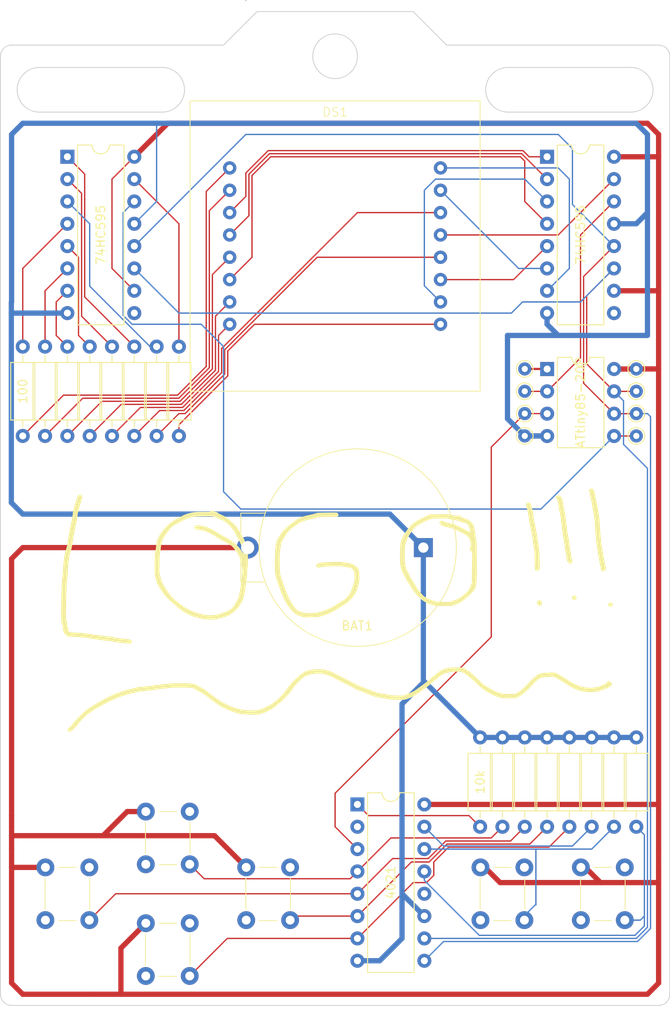
<source format=kicad_pcb>
(kicad_pcb (version 20241229) (generator "pcbnew") (generator_version "9.0")
  (title_block (title "Badge Prototype") (rev "005"))
  (layers (0 "F.Cu" signal) (2 "B.Cu" signal) (13 "F.Paste" user) (15 "B.Paste" user) (5 "F.SilkS" user "F.Silkscreen") (7 "B.SilkS" user "B.Silkscreen") (1 "F.Mask" user) (3 "B.Mask" user) (25 "Edge.Cuts" user))
  (net 0 "")
  (net 1 "GND")
  (net 2 "VCC")
  (net 4 "Net-(U2-D5)")
  (net 7 "Net-(U2-D4)")
  (net 10 "Net-(U2-D3)")
  (net 13 "Net-(U2-D2)")
  (net 16 "Net-(U2-D1)")
  (net 19 "Net-(U2-D0)")
  (net 21 "Net-(DS1-R5)")
  (net 22 "Net-(DS1-R7)")
  (net 23 "Net-(DS1-C2)")
  (net 24 "Net-(DS1-C3)")
  (net 25 "Net-(DS1-R8)")
  (net 26 "Net-(DS1-C5)")
  (net 27 "Net-(DS1-R6)")
  (net 28 "Net-(DS1-R3)")
  (net 29 "Net-(DS1-R1)")
  (net 30 "Net-(DS1-C4)")
  (net 31 "Net-(DS1-C6)")
  (net 32 "Net-(DS1-R4)")
  (net 33 "Net-(DS1-C1)")
  (net 34 "Net-(DS1-R2)")
  (net 35 "Net-(DS1-C7)")
  (net 36 "Net-(DS1-C8)")
  (net 37 "Net-(U2-D6)")
  (net 38 "Net-(U2-D7)")
  (net 39 "Net-(U4-QH)")
  (net 40 "Net-(U4-QG)")
  (net 41 "Net-(U4-QF)")
  (net 42 "Net-(U4-QE)")
  (net 43 "Net-(U4-QD)")
  (net 44 "Net-(U4-QC)")
  (net 45 "Net-(U4-QB)")
  (net 46 "Net-(U4-QA)")
  (net 47 "Net-(U1-~{RESET}{slash}PB5)")
  (net 48 "Net-(U1-XTAL1{slash}PB3)")
  (net 49 "Net-(U1-XTAL2{slash}PB4)")
  (net 50 "Net-(U1-AREF{slash}PB0)")
  (net 51 "Net-(U1-PB1)")
  (net 52 "Net-(U1-PB2)")
  (footprint "Resistor_THT:R_Axial_DIN0207_L6.3mm_D2.5mm_P10.16mm_Horizontal" (layer "F.Cu") (at 172.72 64.77 -90)
    (property "Reference" "R1" (hide yes))
    (property "Value" "100" (hide yes))
    (pad "1" thru_hole circle (at 0 0 270) (size 1.6 1.6) (drill 0.8) (layers "*.Cu" "*.Mask") (net 46 "Net-(U4-QA)"))
    (pad "2" thru_hole oval (at 10.16 0 270) (size 1.6 1.6) (drill 0.8) (layers "*.Cu" "*.Mask") (net 29 "Net-(DS1-R1)"))
  )
  (footprint "TestPoint:TestPoint_THTPad_D1.5mm_Drill0.7mm" (layer "F.Cu") (at 212.09 74.93 -90)
    (property "Reference" "TP4" (hide yes))
    (property "Value" "TestPoint" (hide yes))
    (pad "1" thru_hole circle (at 0 0 270) (size 1.5 1.5) (drill 0.7) (layers "*.Cu" "*.Mask") (net 1 "GND"))
  )
  (footprint "TestPoint:TestPoint_THTPad_D1.5mm_Drill0.7mm" (layer "F.Cu") (at 212.09 69.85 -90)
    (property "Reference" "TP2" (hide yes))
    (property "Value" "TestPoint" (hide yes))
    (pad "1" thru_hole circle (at 0 0 270) (size 1.5 1.5) (drill 0.7) (layers "*.Cu" "*.Mask") (net 48 "Net-(U1-XTAL1{slash}PB3)"))
  )
  (footprint "Resistor_THT:R_Axial_DIN0207_L6.3mm_D2.5mm_P10.16mm_Horizontal" (layer "F.Cu") (at 214.63 119.38 90)
    (property "Reference" "R15" (hide yes))
    (property "Value" "10k" (hide yes))
    (pad "1" thru_hole circle (at 0 0 90) (size 1.6 1.6) (drill 0.8) (layers "*.Cu" "*.Mask") (net 16 "Net-(U2-D1)"))
    (pad "2" thru_hole oval (at 10.16 0 90) (size 1.6 1.6) (drill 0.8) (layers "*.Cu" "*.Mask") (net 1 "GND"))
  )
  (footprint "badge:button" (layer "F.Cu") (at 171.45 133.35)
    (property "Reference" "S1" (hide yes))
    (property "Value" "TL3315NF160Q" (hide yes))
    (pad "1" thru_hole circle (at -2.5 -3) (size 2.032 2.032) (drill 1.016) (layers "*.Cu" "*.Mask") (net 2 "VCC"))
    (pad "2" thru_hole circle (at 2.5 -3) (size 2.032 2.032) (drill 1.016) (layers "*.Cu" "*.Mask"))
    (pad "3" thru_hole circle (at -2.5 3) (size 2.032 2.032) (drill 1.016) (layers "*.Cu" "*.Mask"))
    (pad "4" thru_hole circle (at 2.5 3) (size 2.032 2.032) (drill 1.016) (layers "*.Cu" "*.Mask") (net 19 "Net-(U2-D0)"))
  )
  (footprint "badge:logo" (layer "F.Cu") (at 189.23 92.71)
    (property "Reference" "G***" (hide yes))
    (property "Value" "LOGO" (hide yes))
  )
  (footprint "badge:button" (layer "F.Cu") (at 182.88 127)
    (property "Reference" "S2" (hide yes))
    (property "Value" "TL3315NF160Q" (hide yes))
    (pad "1" thru_hole circle (at -2.5 -3) (size 2.032 2.032) (drill 1.016) (layers "*.Cu" "*.Mask") (net 2 "VCC"))
    (pad "2" thru_hole circle (at 2.5 -3) (size 2.032 2.032) (drill 1.016) (layers "*.Cu" "*.Mask"))
    (pad "3" thru_hole circle (at -2.5 3) (size 2.032 2.032) (drill 1.016) (layers "*.Cu" "*.Mask"))
    (pad "4" thru_hole circle (at 2.5 3) (size 2.032 2.032) (drill 1.016) (layers "*.Cu" "*.Mask") (net 16 "Net-(U2-D1)"))
  )
  (footprint "Resistor_THT:R_Axial_DIN0207_L6.3mm_D2.5mm_P10.16mm_Horizontal" (layer "F.Cu") (at 212.09 119.38 90)
    (property "Reference" "R14" (hide yes))
    (property "Value" "10k" (hide yes))
    (pad "1" thru_hole circle (at 0 0 90) (size 1.6 1.6) (drill 0.8) (layers "*.Cu" "*.Mask") (net 13 "Net-(U2-D2)"))
    (pad "2" thru_hole oval (at 10.16 0 90) (size 1.6 1.6) (drill 0.8) (layers "*.Cu" "*.Mask") (net 1 "GND"))
  )
  (footprint "TestPoint:TestPoint_THTPad_D1.5mm_Drill0.7mm" (layer "F.Cu") (at 224.79 72.39 -90)
    (property "Reference" "TP6" (hide yes))
    (property "Value" "TestPoint" (hide yes))
    (pad "1" thru_hole circle (at 0 0 270) (size 1.5 1.5) (drill 0.7) (layers "*.Cu" "*.Mask") (net 51 "Net-(U1-PB1)"))
  )
  (footprint "badge:button" (layer "F.Cu") (at 160.02 127)
    (property "Reference" "S3" (hide yes))
    (property "Value" "TL3315NF160Q" (hide yes))
    (pad "1" thru_hole circle (at -2.5 -3) (size 2.032 2.032) (drill 1.016) (layers "*.Cu" "*.Mask") (net 2 "VCC"))
    (pad "2" thru_hole circle (at 2.5 -3) (size 2.032 2.032) (drill 1.016) (layers "*.Cu" "*.Mask"))
    (pad "3" thru_hole circle (at -2.5 3) (size 2.032 2.032) (drill 1.016) (layers "*.Cu" "*.Mask"))
    (pad "4" thru_hole circle (at 2.5 3) (size 2.032 2.032) (drill 1.016) (layers "*.Cu" "*.Mask") (net 13 "Net-(U2-D2)"))
  )
  (footprint "Resistor_THT:R_Axial_DIN0207_L6.3mm_D2.5mm_P10.16mm_Horizontal" (layer "F.Cu") (at 165.1 64.77 -90)
    (property "Reference" "R3" (hide yes))
    (property "Value" "100" (hide yes))
    (pad "1" thru_hole circle (at 0 0 270) (size 1.6 1.6) (drill 0.8) (layers "*.Cu" "*.Mask") (net 44 "Net-(U4-QC)"))
    (pad "2" thru_hole oval (at 10.16 0 270) (size 1.6 1.6) (drill 0.8) (layers "*.Cu" "*.Mask") (net 28 "Net-(DS1-R3)"))
  )
  (footprint "Resistor_THT:R_Axial_DIN0207_L6.3mm_D2.5mm_P10.16mm_Horizontal" (layer "F.Cu") (at 222.25 119.38 90)
    (property "Reference" "R11" (hide yes))
    (property "Value" "10k" (hide yes))
    (pad "1" thru_hole circle (at 0 0 90) (size 1.6 1.6) (drill 0.8) (layers "*.Cu" "*.Mask") (net 4 "Net-(U2-D5)"))
    (pad "2" thru_hole oval (at 10.16 0 90) (size 1.6 1.6) (drill 0.8) (layers "*.Cu" "*.Mask") (net 1 "GND"))
  )
  (footprint "Package_DIP:DIP-16_W7.62mm" (layer "F.Cu") (at 160.02 43.18)
    (property "Reference" "U4" (hide yes))
    (property "Value" "74HC595" (at 3.81 8.89 90) (layer "F.SilkS"))
    (pad "1" thru_hole rect (at 0 0) (size 1.6 1.6) (drill 0.8) (layers "*.Cu" "*.Mask") (net 45 "Net-(U4-QB)"))
    (pad "2" thru_hole oval (at 0 2.54) (size 1.6 1.6) (drill 0.8) (layers "*.Cu" "*.Mask") (net 44 "Net-(U4-QC)"))
    (pad "3" thru_hole oval (at 0 5.08) (size 1.6 1.6) (drill 0.8) (layers "*.Cu" "*.Mask") (net 43 "Net-(U4-QD)"))
    (pad "4" thru_hole oval (at 0 7.62) (size 1.6 1.6) (drill 0.8) (layers "*.Cu" "*.Mask") (net 42 "Net-(U4-QE)"))
    (pad "5" thru_hole oval (at 0 10.16) (size 1.6 1.6) (drill 0.8) (layers "*.Cu" "*.Mask") (net 41 "Net-(U4-QF)"))
    (pad "6" thru_hole oval (at 0 12.7) (size 1.6 1.6) (drill 0.8) (layers "*.Cu" "*.Mask") (net 40 "Net-(U4-QG)"))
    (pad "7" thru_hole oval (at 0 15.24) (size 1.6 1.6) (drill 0.8) (layers "*.Cu" "*.Mask") (net 39 "Net-(U4-QH)"))
    (pad "8" thru_hole oval (at 0 17.78) (size 1.6 1.6) (drill 0.8) (layers "*.Cu" "*.Mask") (net 1 "GND"))
    (pad "9" thru_hole oval (at 7.62 17.78) (size 1.6 1.6) (drill 0.8) (layers "*.Cu" "*.Mask"))
    (pad "10" thru_hole oval (at 7.62 15.24) (size 1.6 1.6) (drill 0.8) (layers "*.Cu" "*.Mask") (net 2 "VCC"))
    (pad "11" thru_hole oval (at 7.62 12.7) (size 1.6 1.6) (drill 0.8) (layers "*.Cu" "*.Mask") (net 52 "Net-(U1-PB2)"))
    (pad "12" thru_hole oval (at 7.62 10.16) (size 1.6 1.6) (drill 0.8) (layers "*.Cu" "*.Mask") (net 51 "Net-(U1-PB1)"))
    (pad "13" thru_hole oval (at 7.62 7.62) (size 1.6 1.6) (drill 0.8) (layers "*.Cu" "*.Mask") (net 1 "GND"))
    (pad "14" thru_hole oval (at 7.62 5.08) (size 1.6 1.6) (drill 0.8) (layers "*.Cu" "*.Mask") (net 50 "Net-(U1-AREF{slash}PB0)"))
    (pad "15" thru_hole oval (at 7.62 2.54) (size 1.6 1.6) (drill 0.8) (layers "*.Cu" "*.Mask") (net 46 "Net-(U4-QA)"))
    (pad "16" thru_hole oval (at 7.62 0) (size 1.6 1.6) (drill 0.8) (layers "*.Cu" "*.Mask") (net 2 "VCC"))
  )
  (footprint "digikey-footprints:Battery_Holder_Coin_2032_BS-7" (layer "F.Cu") (at 200.5457 87.63 180)
    (property "Reference" "BAT1" (at 7.52856 -8.89 180) (layer "F.SilkS"))
    (property "Value" "BS-7")
    (pad "Neg" thru_hole rect (at 0 0 180) (size 2.17 2.17) (drill 1.17) (layers "*.Cu" "*.Mask") (net 1 "GND"))
    (pad "Pos" thru_hole circle (at 20 0 180) (size 2.5 2.5) (drill 1.5) (layers "*.Cu" "*.Mask") (net 2 "VCC"))
  )
  (footprint "Resistor_THT:R_Axial_DIN0207_L6.3mm_D2.5mm_P10.16mm_Horizontal" (layer "F.Cu") (at 207.01 119.38 90)
    (property "Reference" "R9" (hide yes))
    (property "Value" "10k" (at 5.08 0 90) (layer "F.SilkS"))
    (pad "1" thru_hole circle (at 0 0 90) (size 1.6 1.6) (drill 0.8) (layers "*.Cu" "*.Mask") (net 38 "Net-(U2-D7)"))
    (pad "2" thru_hole oval (at 10.16 0 90) (size 1.6 1.6) (drill 0.8) (layers "*.Cu" "*.Mask") (net 1 "GND"))
  )
  (footprint "Resistor_THT:R_Axial_DIN0207_L6.3mm_D2.5mm_P10.16mm_Horizontal" (layer "F.Cu") (at 162.56 64.77 -90)
    (property "Reference" "R6" (hide yes))
    (property "Value" "100" (hide yes))
    (pad "1" thru_hole circle (at 0 0 270) (size 1.6 1.6) (drill 0.8) (layers "*.Cu" "*.Mask") (net 41 "Net-(U4-QF)"))
    (pad "2" thru_hole oval (at 10.16 0 270) (size 1.6 1.6) (drill 0.8) (layers "*.Cu" "*.Mask") (net 27 "Net-(DS1-R6)"))
  )
  (footprint "badge:button" (layer "F.Cu") (at 171.45 120.65)
    (property "Reference" "S4" (hide yes))
    (property "Value" "TL3315NF160Q" (hide yes))
    (pad "1" thru_hole circle (at -2.5 -3) (size 2.032 2.032) (drill 1.016) (layers "*.Cu" "*.Mask") (net 2 "VCC"))
    (pad "2" thru_hole circle (at 2.5 -3) (size 2.032 2.032) (drill 1.016) (layers "*.Cu" "*.Mask"))
    (pad "3" thru_hole circle (at -2.5 3) (size 2.032 2.032) (drill 1.016) (layers "*.Cu" "*.Mask"))
    (pad "4" thru_hole circle (at 2.5 3) (size 2.032 2.032) (drill 1.016) (layers "*.Cu" "*.Mask") (net 10 "Net-(U2-D3)"))
  )
  (footprint "TestPoint:TestPoint_THTPad_D1.5mm_Drill0.7mm" (layer "F.Cu") (at 212.09 72.39 -90)
    (property "Reference" "TP3" (hide yes))
    (property "Value" "TestPoint" (hide yes))
    (pad "1" thru_hole circle (at 0 0 270) (size 1.5 1.5) (drill 0.7) (layers "*.Cu" "*.Mask") (net 49 "Net-(U1-XTAL2{slash}PB4)"))
  )
  (footprint "TestPoint:TestPoint_THTPad_D1.5mm_Drill0.7mm" (layer "F.Cu") (at 224.79 67.31 -90)
    (property "Reference" "TP8" (hide yes))
    (property "Value" "TestPoint" (hide yes))
    (pad "1" thru_hole circle (at 0 0 270) (size 1.5 1.5) (drill 0.7) (layers "*.Cu" "*.Mask") (net 2 "VCC"))
  )
  (footprint "Resistor_THT:R_Axial_DIN0207_L6.3mm_D2.5mm_P10.16mm_Horizontal" (layer "F.Cu") (at 219.71 119.38 90)
    (property "Reference" "R10" (hide yes))
    (property "Value" "10k" (hide yes))
    (pad "1" thru_hole circle (at 0 0 90) (size 1.6 1.6) (drill 0.8) (layers "*.Cu" "*.Mask") (net 37 "Net-(U2-D6)"))
    (pad "2" thru_hole oval (at 10.16 0 90) (size 1.6 1.6) (drill 0.8) (layers "*.Cu" "*.Mask") (net 1 "GND"))
  )
  (footprint "Resistor_THT:R_Axial_DIN0207_L6.3mm_D2.5mm_P10.16mm_Horizontal" (layer "F.Cu") (at 154.94 64.77 -90)
    (property "Reference" "R5" (hide yes))
    (property "Value" "100" (at 5.08 0 90) (layer "F.SilkS"))
    (pad "1" thru_hole circle (at 0 0 270) (size 1.6 1.6) (drill 0.8) (layers "*.Cu" "*.Mask") (net 42 "Net-(U4-QE)"))
    (pad "2" thru_hole oval (at 10.16 0 270) (size 1.6 1.6) (drill 0.8) (layers "*.Cu" "*.Mask") (net 21 "Net-(DS1-R5)"))
  )
  (footprint "Resistor_THT:R_Axial_DIN0207_L6.3mm_D2.5mm_P10.16mm_Horizontal" (layer "F.Cu") (at 167.64 64.77 -90)
    (property "Reference" "R2" (hide yes))
    (property "Value" "100" (hide yes))
    (pad "1" thru_hole circle (at 0 0 270) (size 1.6 1.6) (drill 0.8) (layers "*.Cu" "*.Mask") (net 45 "Net-(U4-QB)"))
    (pad "2" thru_hole oval (at 10.16 0 270) (size 1.6 1.6) (drill 0.8) (layers "*.Cu" "*.Mask") (net 34 "Net-(DS1-R2)"))
  )
  (footprint "TestPoint:TestPoint_THTPad_D1.5mm_Drill0.7mm" (layer "F.Cu") (at 224.79 74.93 -90)
    (property "Reference" "TP5" (hide yes))
    (property "Value" "TestPoint" (hide yes))
    (pad "1" thru_hole circle (at 0 0 270) (size 1.5 1.5) (drill 0.7) (layers "*.Cu" "*.Mask") (net 50 "Net-(U1-AREF{slash}PB0)"))
  )
  (footprint "Package_DIP:DIP-16_W7.62mm" (layer "F.Cu") (at 214.63 43.18)
    (property "Reference" "U3" (hide yes))
    (property "Value" "74HC595" (at 3.81 8.89 90) (layer "F.SilkS"))
    (pad "1" thru_hole rect (at 0 0) (size 1.6 1.6) (drill 0.8) (layers "*.Cu" "*.Mask") (net 23 "Net-(DS1-C2)"))
    (pad "2" thru_hole oval (at 0 2.54) (size 1.6 1.6) (drill 0.8) (layers "*.Cu" "*.Mask") (net 24 "Net-(DS1-C3)"))
    (pad "3" thru_hole oval (at 0 5.08) (size 1.6 1.6) (drill 0.8) (layers "*.Cu" "*.Mask") (net 30 "Net-(DS1-C4)"))
    (pad "4" thru_hole oval (at 0 7.62) (size 1.6 1.6) (drill 0.8) (layers "*.Cu" "*.Mask") (net 26 "Net-(DS1-C5)"))
    (pad "5" thru_hole oval (at 0 10.16) (size 1.6 1.6) (drill 0.8) (layers "*.Cu" "*.Mask") (net 31 "Net-(DS1-C6)"))
    (pad "6" thru_hole oval (at 0 12.7) (size 1.6 1.6) (drill 0.8) (layers "*.Cu" "*.Mask") (net 35 "Net-(DS1-C7)"))
    (pad "7" thru_hole oval (at 0 15.24) (size 1.6 1.6) (drill 0.8) (layers "*.Cu" "*.Mask") (net 36 "Net-(DS1-C8)"))
    (pad "8" thru_hole oval (at 0 17.78) (size 1.6 1.6) (drill 0.8) (layers "*.Cu" "*.Mask") (net 1 "GND"))
    (pad "9" thru_hole oval (at 7.62 17.78) (size 1.6 1.6) (drill 0.8) (layers "*.Cu" "*.Mask"))
    (pad "10" thru_hole oval (at 7.62 15.24) (size 1.6 1.6) (drill 0.8) (layers "*.Cu" "*.Mask") (net 2 "VCC"))
    (pad "11" thru_hole oval (at 7.62 12.7) (size 1.6 1.6) (drill 0.8) (layers "*.Cu" "*.Mask") (net 52 "Net-(U1-PB2)"))
    (pad "12" thru_hole oval (at 7.62 10.16) (size 1.6 1.6) (drill 0.8) (layers "*.Cu" "*.Mask") (net 51 "Net-(U1-PB1)"))
    (pad "13" thru_hole oval (at 7.62 7.62) (size 1.6 1.6) (drill 0.8) (layers "*.Cu" "*.Mask") (net 1 "GND"))
    (pad "14" thru_hole oval (at 7.62 5.08) (size 1.6 1.6) (drill 0.8) (layers "*.Cu" "*.Mask") (net 48 "Net-(U1-XTAL1{slash}PB3)"))
    (pad "15" thru_hole oval (at 7.62 2.54) (size 1.6 1.6) (drill 0.8) (layers "*.Cu" "*.Mask") (net 33 "Net-(DS1-C1)"))
    (pad "16" thru_hole oval (at 7.62 0) (size 1.6 1.6) (drill 0.8) (layers "*.Cu" "*.Mask") (net 2 "VCC"))
  )
  (footprint "Resistor_THT:R_Axial_DIN0207_L6.3mm_D2.5mm_P10.16mm_Horizontal" (layer "F.Cu") (at 217.17 119.38 90)
    (property "Reference" "R16" (hide yes))
    (property "Value" "10k" (hide yes))
    (pad "1" thru_hole circle (at 0 0 90) (size 1.6 1.6) (drill 0.8) (layers "*.Cu" "*.Mask") (net 19 "Net-(U2-D0)"))
    (pad "2" thru_hole oval (at 10.16 0 90) (size 1.6 1.6) (drill 0.8) (layers "*.Cu" "*.Mask") (net 1 "GND"))
  )
  (footprint "Resistor_THT:R_Axial_DIN0207_L6.3mm_D2.5mm_P10.16mm_Horizontal" (layer "F.Cu") (at 209.55 119.38 90)
    (property "Reference" "R13" (hide yes))
    (property "Value" "10k" (hide yes))
    (pad "1" thru_hole circle (at 0 0 90) (size 1.6 1.6) (drill 0.8) (layers "*.Cu" "*.Mask") (net 10 "Net-(U2-D3)"))
    (pad "2" thru_hole oval (at 10.16 0 90) (size 1.6 1.6) (drill 0.8) (layers "*.Cu" "*.Mask") (net 1 "GND"))
  )
  (footprint "badge:button" (layer "F.Cu") (at 220.98 127)
    (property "Reference" "S5" (hide yes))
    (property "Value" "TL3315NF160Q" (hide yes))
    (pad "1" thru_hole circle (at -2.5 -3) (size 2.032 2.032) (drill 1.016) (layers "*.Cu" "*.Mask") (net 2 "VCC"))
    (pad "2" thru_hole circle (at 2.5 -3) (size 2.032 2.032) (drill 1.016) (layers "*.Cu" "*.Mask"))
    (pad "3" thru_hole circle (at -2.5 3) (size 2.032 2.032) (drill 1.016) (layers "*.Cu" "*.Mask"))
    (pad "4" thru_hole circle (at 2.5 3) (size 2.032 2.032) (drill 1.016) (layers "*.Cu" "*.Mask") (net 7 "Net-(U2-D4)"))
  )
  (footprint "TestPoint:TestPoint_THTPad_D1.5mm_Drill0.7mm" (layer "F.Cu") (at 212.09 67.31 -90)
    (property "Reference" "TP1" (hide yes))
    (property "Value" "TestPoint" (hide yes))
    (pad "1" thru_hole circle (at 0 0 270) (size 1.5 1.5) (drill 0.7) (layers "*.Cu" "*.Mask") (net 47 "Net-(U1-~{RESET}{slash}PB5)"))
  )
  (footprint "TestPoint:TestPoint_THTPad_D1.5mm_Drill0.7mm" (layer "F.Cu") (at 224.79 69.85 -90)
    (property "Reference" "TP7" (hide yes))
    (property "Value" "TestPoint" (hide yes))
    (pad "1" thru_hole circle (at 0 0 270) (size 1.5 1.5) (drill 0.7) (layers "*.Cu" "*.Mask") (net 52 "Net-(U1-PB2)"))
  )
  (footprint "Package_DIP:DIP-16_W7.62mm" (layer "F.Cu") (at 193.04 116.84)
    (property "Reference" "U2" (hide yes))
    (property "Value" "4021" (at 3.81 8.89 90) (layer "F.SilkS"))
    (pad "1" thru_hole rect (at 0 0) (size 1.6 1.6) (drill 0.8) (layers "*.Cu" "*.Mask") (net 38 "Net-(U2-D7)"))
    (pad "2" thru_hole oval (at 0 2.54) (size 1.6 1.6) (drill 0.8) (layers "*.Cu" "*.Mask"))
    (pad "3" thru_hole oval (at 0 5.08) (size 1.6 1.6) (drill 0.8) (layers "*.Cu" "*.Mask") (net 49 "Net-(U1-XTAL2{slash}PB4)"))
    (pad "4" thru_hole oval (at 0 7.62) (size 1.6 1.6) (drill 0.8) (layers "*.Cu" "*.Mask") (net 10 "Net-(U2-D3)"))
    (pad "5" thru_hole oval (at 0 10.16) (size 1.6 1.6) (drill 0.8) (layers "*.Cu" "*.Mask") (net 13 "Net-(U2-D2)"))
    (pad "6" thru_hole oval (at 0 12.7) (size 1.6 1.6) (drill 0.8) (layers "*.Cu" "*.Mask") (net 16 "Net-(U2-D1)"))
    (pad "7" thru_hole oval (at 0 15.24) (size 1.6 1.6) (drill 0.8) (layers "*.Cu" "*.Mask") (net 19 "Net-(U2-D0)"))
    (pad "8" thru_hole oval (at 0 17.78) (size 1.6 1.6) (drill 0.8) (layers "*.Cu" "*.Mask") (net 1 "GND"))
    (pad "9" thru_hole oval (at 7.62 17.78) (size 1.6 1.6) (drill 0.8) (layers "*.Cu" "*.Mask") (net 51 "Net-(U1-PB1)"))
    (pad "10" thru_hole oval (at 7.62 15.24) (size 1.6 1.6) (drill 0.8) (layers "*.Cu" "*.Mask") (net 52 "Net-(U1-PB2)"))
    (pad "11" thru_hole oval (at 7.62 12.7) (size 1.6 1.6) (drill 0.8) (layers "*.Cu" "*.Mask") (net 1 "GND"))
    (pad "12" thru_hole oval (at 7.62 10.16) (size 1.6 1.6) (drill 0.8) (layers "*.Cu" "*.Mask"))
    (pad "13" thru_hole oval (at 7.62 7.62) (size 1.6 1.6) (drill 0.8) (layers "*.Cu" "*.Mask") (net 7 "Net-(U2-D4)"))
    (pad "14" thru_hole oval (at 7.62 5.08) (size 1.6 1.6) (drill 0.8) (layers "*.Cu" "*.Mask") (net 4 "Net-(U2-D5)"))
    (pad "15" thru_hole oval (at 7.62 2.54) (size 1.6 1.6) (drill 0.8) (layers "*.Cu" "*.Mask") (net 37 "Net-(U2-D6)"))
    (pad "16" thru_hole oval (at 7.62 0) (size 1.6 1.6) (drill 0.8) (layers "*.Cu" "*.Mask") (net 2 "VCC"))
  )
  (footprint "Package_DIP:DIP-8_W7.62mm" (layer "F.Cu") (at 214.64 67.32)
    (property "Reference" "U1" (hide yes))
    (property "Value" "ATtiny85-20P" (at 3.8 3.8 90) (layer "F.SilkS"))
    (pad "1" thru_hole rect (at 0 0) (size 1.6 1.6) (drill 0.8) (layers "*.Cu" "*.Mask") (net 47 "Net-(U1-~{RESET}{slash}PB5)"))
    (pad "2" thru_hole oval (at 0 2.54) (size 1.6 1.6) (drill 0.8) (layers "*.Cu" "*.Mask") (net 48 "Net-(U1-XTAL1{slash}PB3)"))
    (pad "3" thru_hole oval (at 0 5.08) (size 1.6 1.6) (drill 0.8) (layers "*.Cu" "*.Mask") (net 49 "Net-(U1-XTAL2{slash}PB4)"))
    (pad "4" thru_hole oval (at 0 7.62) (size 1.6 1.6) (drill 0.8) (layers "*.Cu" "*.Mask") (net 1 "GND"))
    (pad "5" thru_hole oval (at 7.62 7.62) (size 1.6 1.6) (drill 0.8) (layers "*.Cu" "*.Mask") (net 50 "Net-(U1-AREF{slash}PB0)"))
    (pad "6" thru_hole oval (at 7.62 5.08) (size 1.6 1.6) (drill 0.8) (layers "*.Cu" "*.Mask") (net 51 "Net-(U1-PB1)"))
    (pad "7" thru_hole oval (at 7.62 2.54) (size 1.6 1.6) (drill 0.8) (layers "*.Cu" "*.Mask") (net 52 "Net-(U1-PB2)"))
    (pad "8" thru_hole oval (at 7.62 0) (size 1.6 1.6) (drill 0.8) (layers "*.Cu" "*.Mask") (net 2 "VCC"))
  )
  (footprint "badge:button" (layer "F.Cu") (at 209.55 127)
    (property "Reference" "S6" (hide yes))
    (property "Value" "TL3315NF160Q" (hide yes))
    (pad "1" thru_hole circle (at -2.5 -3) (size 2.032 2.032) (drill 1.016) (layers "*.Cu" "*.Mask") (net 2 "VCC"))
    (pad "2" thru_hole circle (at 2.5 -3) (size 2.032 2.032) (drill 1.016) (layers "*.Cu" "*.Mask"))
    (pad "3" thru_hole circle (at -2.5 3) (size 2.032 2.032) (drill 1.016) (layers "*.Cu" "*.Mask"))
    (pad "4" thru_hole circle (at 2.5 3) (size 2.032 2.032) (drill 1.016) (layers "*.Cu" "*.Mask") (net 4 "Net-(U2-D5)"))
  )
  (footprint "Resistor_THT:R_Axial_DIN0207_L6.3mm_D2.5mm_P10.16mm_Horizontal" (layer "F.Cu") (at 157.48 64.77 -90)
    (property "Reference" "R7" (hide yes))
    (property "Value" "100" (hide yes))
    (pad "1" thru_hole circle (at 0 0 270) (size 1.6 1.6) (drill 0.8) (layers "*.Cu" "*.Mask") (net 40 "Net-(U4-QG)"))
    (pad "2" thru_hole oval (at 10.16 0 270) (size 1.6 1.6) (drill 0.8) (layers "*.Cu" "*.Mask") (net 22 "Net-(DS1-R7)"))
  )
  (footprint "Resistor_THT:R_Axial_DIN0207_L6.3mm_D2.5mm_P10.16mm_Horizontal" (layer "F.Cu") (at 224.79 119.38 90)
    (property "Reference" "R12" (hide yes))
    (property "Value" "10k" (hide yes))
    (pad "1" thru_hole circle (at 0 0 90) (size 1.6 1.6) (drill 0.8) (layers "*.Cu" "*.Mask") (net 7 "Net-(U2-D4)"))
    (pad "2" thru_hole oval (at 10.16 0 90) (size 1.6 1.6) (drill 0.8) (layers "*.Cu" "*.Mask") (net 1 "GND"))
  )
  (footprint "Resistor_THT:R_Axial_DIN0207_L6.3mm_D2.5mm_P10.16mm_Horizontal" (layer "F.Cu") (at 170.18 64.77 -90)
    (property "Reference" "R4" (hide yes))
    (property "Value" "100" (hide yes))
    (pad "1" thru_hole circle (at 0 0 270) (size 1.6 1.6) (drill 0.8) (layers "*.Cu" "*.Mask") (net 43 "Net-(U4-QD)"))
    (pad "2" thru_hole oval (at 10.16 0 270) (size 1.6 1.6) (drill 0.8) (layers "*.Cu" "*.Mask") (net 32 "Net-(DS1-R4)"))
  )
  (footprint "Resistor_THT:R_Axial_DIN0207_L6.3mm_D2.5mm_P10.16mm_Horizontal" (layer "F.Cu") (at 160.02 64.77 -90)
    (property "Reference" "R8" (hide yes))
    (property "Value" "100" (hide yes))
    (pad "1" thru_hole circle (at 0 0 270) (size 1.6 1.6) (drill 0.8) (layers "*.Cu" "*.Mask") (net 39 "Net-(U4-QH)"))
    (pad "2" thru_hole oval (at 10.16 0 270) (size 1.6 1.6) (drill 0.8) (layers "*.Cu" "*.Mask") (net 25 "Net-(DS1-R8)"))
  )
  (footprint "badge:8x8 LED Matrix" (layer "F.Cu") (at 190.5 52.07)
    (property "Reference" "DS1" (at 0 -13.97 0) (layer "F.SilkS") (effects (font (thickness 0.1))))
    (property "Value" "~" (hide yes))
    (pad "1" thru_hole circle (at -12 -7.62) (size 1.524 1.524) (drill 0.762) (layers "*.Cu" "*.Mask") (net 21 "Net-(DS1-R5)"))
    (pad "2" thru_hole circle (at -12 -5.08) (size 1.524 1.524) (drill 0.762) (layers "*.Cu" "*.Mask") (net 22 "Net-(DS1-R7)"))
    (pad "3" thru_hole circle (at -12 -2.54) (size 1.524 1.524) (drill 0.762) (layers "*.Cu" "*.Mask") (net 23 "Net-(DS1-C2)"))
    (pad "4" thru_hole circle (at -12 0) (size 1.524 1.524) (drill 0.762) (layers "*.Cu" "*.Mask") (net 24 "Net-(DS1-C3)"))
    (pad "5" thru_hole circle (at -12 2.54) (size 1.524 1.524) (drill 0.762) (layers "*.Cu" "*.Mask") (net 25 "Net-(DS1-R8)"))
    (pad "6" thru_hole circle (at -12 5.08) (size 1.524 1.524) (drill 0.762) (layers "*.Cu" "*.Mask") (net 26 "Net-(DS1-C5)"))
    (pad "7" thru_hole circle (at -12 7.62) (size 1.524 1.524) (drill 0.762) (layers "*.Cu" "*.Mask") (net 27 "Net-(DS1-R6)"))
    (pad "8" thru_hole circle (at -12 10.16) (size 1.524 1.524) (drill 0.762) (layers "*.Cu" "*.Mask") (net 28 "Net-(DS1-R3)"))
    (pad "9" thru_hole circle (at 12 10.16) (size 1.524 1.524) (drill 0.762) (layers "*.Cu" "*.Mask") (net 29 "Net-(DS1-R1)"))
    (pad "10" thru_hole circle (at 12 7.62) (size 1.524 1.524) (drill 0.762) (layers "*.Cu" "*.Mask") (net 30 "Net-(DS1-C4)"))
    (pad "11" thru_hole circle (at 12 5.08) (size 1.524 1.524) (drill 0.762) (layers "*.Cu" "*.Mask") (net 31 "Net-(DS1-C6)"))
    (pad "12" thru_hole circle (at 12 2.54) (size 1.524 1.524) (drill 0.762) (layers "*.Cu" "*.Mask") (net 32 "Net-(DS1-R4)"))
    (pad "13" thru_hole circle (at 12 0) (size 1.524 1.524) (drill 0.762) (layers "*.Cu" "*.Mask") (net 33 "Net-(DS1-C1)"))
    (pad "14" thru_hole circle (at 12 -2.54) (size 1.524 1.524) (drill 0.762) (layers "*.Cu" "*.Mask") (net 34 "Net-(DS1-R2)"))
    (pad "15" thru_hole circle (at 12 -5.08) (size 1.524 1.524) (drill 0.762) (layers "*.Cu" "*.Mask") (net 35 "Net-(DS1-C7)"))
    (pad "16" thru_hole circle (at 12 -7.62) (size 1.524 1.524) (drill 0.762) (layers "*.Cu" "*.Mask") (net 36 "Net-(DS1-C8)"))
  )
  (gr_line (start 227.33 30.48) (end 203.2 30.48) (stroke (width 0.1)) (layer "Edge.Cuts"))
  (gr_arc (start 152.4 31.75) (mid 152.771974 30.851974) (end 153.67 30.48) (stroke (width 0.1)) (layer "Edge.Cuts"))
  (gr_line (start 177.8 30.48) (end 180.34 27.94) (stroke (width 0.1)) (layer "Edge.Cuts"))
  (gr_line (start 156.845 38.1) (end 170.815 38.1) (stroke (width 0.1)) (layer "Edge.Cuts"))
  (gr_arc (start 153.67 139.7) (mid 152.771974 139.328026) (end 152.4 138.43) (stroke (width 0.1)) (layer "Edge.Cuts"))
  (gr_circle (center 190.5 31.75) (end 190.5 29.21) (stroke (width 0.1)) (fill no) (layer "Edge.Cuts"))
  (gr_line (start 152.4 31.75) (end 152.4 138.43) (stroke (width 0.1)) (layer "Edge.Cuts"))
  (gr_arc (start 210.185 38.1) (mid 207.645 35.56) (end 210.185 33.02) (stroke (width 0.1)) (layer "Edge.Cuts"))
  (gr_line (start 181.61 26.67) (end 182.88 26.67) (stroke (width 0.1)) (layer "Edge.Cuts"))
  (gr_line (start 182.88 26.67) (end 199.39 26.67) (stroke (width 0.1)) (layer "Edge.Cuts"))
  (gr_line (start 156.845 33.02) (end 170.815 33.02) (stroke (width 0.1)) (layer "Edge.Cuts"))
  (gr_line (start 199.39 26.67) (end 203.2 30.48) (stroke (width 0.1)) (layer "Edge.Cuts"))
  (gr_line (start 180.34 27.94) (end 181.61 26.67) (stroke (width 0.1)) (layer "Edge.Cuts"))
  (gr_line (start 153.67 30.48) (end 177.8 30.48) (stroke (width 0.1)) (layer "Edge.Cuts"))
  (gr_arc (start 228.6 138.43) (mid 228.228026 139.328026) (end 227.33 139.7) (stroke (width 0.1)) (layer "Edge.Cuts"))
  (gr_line (start 210.185 33.02) (end 224.155 33.02) (stroke (width 0.1)) (layer "Edge.Cuts"))
  (gr_arc (start 180.34 25.4) (mid 180.34 25.4) (end 180.34 25.4) (stroke (width 0.1)) (layer "Edge.Cuts"))
  (gr_arc (start 224.155 33.02) (mid 226.695 35.56) (end 224.155 38.1) (stroke (width 0.1)) (layer "Edge.Cuts"))
  (gr_line (start 153.67 139.7) (end 227.33 139.7) (stroke (width 0.1)) (layer "Edge.Cuts"))
  (gr_line (start 210.185 38.1) (end 224.155 38.1) (stroke (width 0.1)) (layer "Edge.Cuts"))
  (gr_arc (start 156.845 38.1) (mid 154.305 35.56) (end 156.845 33.02) (stroke (width 0.1)) (layer "Edge.Cuts"))
  (gr_line (start 228.6 138.43) (end 228.6 31.75) (stroke (width 0.1)) (layer "Edge.Cuts"))
  (gr_arc (start 170.815 33.02) (mid 173.355 35.56) (end 170.815 38.1) (stroke (width 0.1)) (layer "Edge.Cuts"))
  (gr_arc (start 227.33 30.48) (mid 228.228026 30.851974) (end 228.6 31.75) (stroke (width 0.1)) (layer "Edge.Cuts"))
  (segment (start 212.09 74.93) (end 214.63 74.93) (width 0.6) (layer "F.Cu") (net 1))
  (segment (start 214.63 74.93) (end 214.64 74.94) (width 0.6) (layer "F.Cu") (net 1))
  (segment (start 210.125 63.5) (end 210.125 72.965) (width 0.6) (layer "B.Cu") (net 1))
  (segment (start 200.66 129.54) (end 198.12 127) (width 0.6) (layer "B.Cu") (net 1))
  (segment (start 214.63 109.22) (end 217.17 109.22) (width 0.6) (layer "B.Cu") (net 1))
  (segment (start 153.64 59.72) (end 153.64 60.96) (width 0.6) (layer "B.Cu") (net 1))
  (segment (start 222.25 109.22) (end 224.79 109.22) (width 0.6) (layer "B.Cu") (net 1))
  (segment (start 217.17 109.22) (end 219.71 109.22) (width 0.6) (layer "B.Cu") (net 1))
  (segment (start 170.18 48.26) (end 170.18 39.37) (width 0.15) (layer "B.Cu") (net 1))
  (segment (start 226.06 49.53) (end 226.06 40.64) (width 0.6) (layer "B.Cu") (net 1))
  (segment (start 210.125 72.965) (end 212.09 74.93) (width 0.6) (layer "B.Cu") (net 1))
  (segment (start 195.58 134.62) (end 198.12 132.08) (width 0.6) (layer "B.Cu") (net 1))
  (segment (start 153.67 40.64) (end 153.67 59.69) (width 0.6) (layer "B.Cu") (net 1))
  (segment (start 154.94 39.37) (end 153.67 40.64) (width 0.6) (layer "B.Cu") (net 1))
  (segment (start 219.71 109.22) (end 222.25 109.22) (width 0.6) (layer "B.Cu") (net 1))
  (segment (start 214.63 60.96) (end 214.63 62.23) (width 0.6) (layer "B.Cu") (net 1))
  (segment (start 170.18 39.37) (end 154.94 39.37) (width 0.6) (layer "B.Cu") (net 1))
  (segment (start 224.79 39.37) (end 170.18 39.37) (width 0.6) (layer "B.Cu") (net 1))
  (segment (start 154.94 83.82) (end 153.64 82.52) (width 0.6) (layer "B.Cu") (net 1))
  (segment (start 198.12 132.08) (end 198.12 127) (width 0.6) (layer "B.Cu") (net 1))
  (segment (start 167.64 50.8) (end 170.18 48.26) (width 0.15) (layer "B.Cu") (net 1))
  (segment (start 212.09 74.93) (end 214.627207 74.93) (width 0.6) (layer "B.Cu") (net 1))
  (segment (start 226.06 40.64) (end 224.79 39.37) (width 0.6) (layer "B.Cu") (net 1))
  (segment (start 200.5457 102.7557) (end 200.66 102.87) (width 0.6) (layer "B.Cu") (net 1))
  (segment (start 207.01 109.22) (end 209.55 109.22) (width 0.6) (layer "B.Cu") (net 1))
  (segment (start 214.627207 74.93) (end 214.637207 74.94) (width 0.6) (layer "B.Cu") (net 1))
  (segment (start 153.64 60.96) (end 160.02 60.96) (width 0.6) (layer "B.Cu") (net 1))
  (segment (start 200.5457 87.63) (end 196.7357 83.82) (width 0.6) (layer "B.Cu") (net 1))
  (segment (start 215.9 63.5) (end 210.125 63.5) (width 0.6) (layer "B.Cu") (net 1))
  (segment (start 198.12 105.41) (end 200.66 102.87) (width 0.6) (layer "B.Cu") (net 1))
  (segment (start 198.12 127) (end 198.12 105.41) (width 0.6) (layer "B.Cu") (net 1))
  (segment (start 214.63 62.23) (end 215.9 63.5) (width 0.6) (layer "B.Cu") (net 1))
  (segment (start 226.06 49.53) (end 226.06 63.5) (width 0.6) (layer "B.Cu") (net 1))
  (segment (start 209.55 109.22) (end 212.09 109.22) (width 0.6) (layer "B.Cu") (net 1))
  (segment (start 193.04 134.62) (end 195.58 134.62) (width 0.6) (layer "B.Cu") (net 1))
  (segment (start 212.09 109.22) (end 214.63 109.22) (width 0.6) (layer "B.Cu") (net 1))
  (segment (start 200.66 102.87) (end 207.01 109.22) (width 0.6) (layer "B.Cu") (net 1))
  (segment (start 215.9 63.5) (end 217.17 63.5) (width 0.6) (layer "B.Cu") (net 1))
  (segment (start 196.7357 83.82) (end 154.94 83.82) (width 0.6) (layer "B.Cu") (net 1))
  (segment (start 214.637207 74.94) (end 214.64 74.94) (width 0.6) (layer "B.Cu") (net 1))
  (segment (start 153.64 82.52) (end 153.64 60.96) (width 0.6) (layer "B.Cu") (net 1))
  (segment (start 224.79 50.8) (end 226.06 49.53) (width 0.6) (layer "B.Cu") (net 1))
  (segment (start 217.17 63.5) (end 226.06 63.5) (width 0.6) (layer "B.Cu") (net 1))
  (segment (start 200.5457 87.63) (end 200.5457 102.7557) (width 0.6) (layer "B.Cu") (net 1))
  (segment (start 153.67 59.69) (end 153.64 59.72) (width 0.6) (layer "B.Cu") (net 1))
  (segment (start 222.25 50.8) (end 224.79 50.8) (width 0.6) (layer "B.Cu") (net 1))
  (segment (start 227.33 121.92) (end 227.33 116.84) (width 0.6) (layer "F.Cu") (net 2))
  (segment (start 154.94 138.43) (end 162.56 138.43) (width 0.6) (layer "F.Cu") (net 2))
  (segment (start 154.94 87.63) (end 153.67 88.9) (width 0.6) (layer "F.Cu") (net 2))
  (segment (start 153.67 121.92) (end 153.67 123.952) (width 0.6) (layer "F.Cu") (net 2))
  (segment (start 227.33 116.84) (end 227.33 67.31) (width 0.6) (layer "F.Cu") (net 2))
  (segment (start 164.084 120.396) (end 153.67 120.396) (width 0.6) (layer "F.Cu") (net 2))
  (segment (start 167.64 58.42) (end 165.1 55.88) (width 0.15) (layer "F.Cu") (net 2))
  (segment (start 176.776 120.396) (end 164.084 120.396) (width 0.6) (layer "F.Cu") (net 2))
  (segment (start 153.718 124) (end 157.52 124) (width 0.6) (layer "F.Cu") (net 2))
  (segment (start 153.67 137.16) (end 154.94 138.43) (width 0.6) (layer "F.Cu") (net 2))
  (segment (start 220.71 125.73) (end 209.28 125.73) (width 0.6) (layer "F.Cu") (net 2))
  (segment (start 180.5457 87.63) (end 154.94 87.63) (width 0.6) (layer "F.Cu") (net 2))
  (segment (start 227.33 125.73) (end 227.33 124.46) (width 0.6) (layer "F.Cu") (net 2))
  (segment (start 153.67 118.11) (end 153.67 119.38) (width 0.6) (layer "F.Cu") (net 2))
  (segment (start 227.33 67.31) (end 227.33 58.42) (width 0.6) (layer "F.Cu") (net 2))
  (segment (start 222.25 43.18) (end 227.33 43.18) (width 0.6) (layer "F.Cu") (net 2))
  (segment (start 209.28 125.73) (end 207.55 124) (width 0.6) (layer "F.Cu") (net 2))
  (segment (start 153.67 123.952) (end 153.67 137.16) (width 0.6) (layer "F.Cu") (net 2))
  (segment (start 153.67 123.952) (end 153.718 124) (width 0.6) (layer "F.Cu") (net 2))
  (segment (start 227.33 58.42) (end 227.33 43.18) (width 0.6) (layer "F.Cu") (net 2))
  (segment (start 153.67 120.396) (end 153.67 121.92) (width 0.6) (layer "F.Cu") (net 2))
  (segment (start 166.116 138.43) (end 166.116 133.184) (width 0.6) (layer "F.Cu") (net 2))
  (segment (start 224.79 67.31) (end 227.31 67.31) (width 0.6) (layer "F.Cu") (net 2))
  (segment (start 227.33 124.46) (end 227.33 121.92) (width 0.6) (layer "F.Cu") (net 2))
  (segment (start 165.1 45.72) (end 167.64 43.18) (width 0.15) (layer "F.Cu") (net 2))
  (segment (start 171.45 39.37) (end 167.64 43.18) (width 0.6) (layer "F.Cu") (net 2))
  (segment (start 166.116 133.184) (end 168.95 130.35) (width 0.6) (layer "F.Cu") (net 2))
  (segment (start 224.78 67.32) (end 224.79 67.31) (width 0.6) (layer "F.Cu") (net 2))
  (segment (start 226.06 39.37) (end 171.45 39.37) (width 0.6) (layer "F.Cu") (net 2))
  (segment (start 166.116 138.43) (end 226.06 138.43) (width 0.6) (layer "F.Cu") (net 2))
  (segment (start 227.32 67.32) (end 227.33 67.31) (width 0.6) (layer "F.Cu") (net 2))
  (segment (start 153.67 88.9) (end 153.67 118.11) (width 0.6) (layer "F.Cu") (net 2))
  (segment (start 222.25 58.42) (end 227.33 58.42) (width 0.6) (layer "F.Cu") (net 2))
  (segment (start 227.33 116.84) (end 200.66 116.84) (width 0.6) (layer "F.Cu") (net 2))
  (segment (start 180.38 124) (end 176.776 120.396) (width 0.6) (layer "F.Cu") (net 2))
  (segment (start 227.33 125.73) (end 220.71 125.73) (width 0.6) (layer "F.Cu") (net 2))
  (segment (start 168.95 117.65) (end 166.83 117.65) (width 0.6) (layer "F.Cu") (net 2))
  (segment (start 220.71 125.73) (end 218.98 124) (width 0.6) (layer "F.Cu") (net 2))
  (segment (start 227.31 67.31) (end 227.32 67.32) (width 0.6) (layer "F.Cu") (net 2))
  (segment (start 165.1 55.88) (end 165.1 45.72) (width 0.15) (layer "F.Cu") (net 2))
  (segment (start 227.33 137.16) (end 227.33 125.73) (width 0.6) (layer "F.Cu") (net 2))
  (segment (start 222.26 67.32) (end 224.78 67.32) (width 0.6) (layer "F.Cu") (net 2))
  (segment (start 162.56 138.43) (end 166.116 138.43) (width 0.6) (layer "F.Cu") (net 2))
  (segment (start 153.67 119.38) (end 153.67 120.396) (width 0.6) (layer "F.Cu") (net 2))
  (segment (start 227.33 43.18) (end 227.33 40.64) (width 0.6) (layer "F.Cu") (net 2))
  (segment (start 227.33 40.64) (end 226.06 39.37) (width 0.6) (layer "F.Cu") (net 2))
  (segment (start 166.83 117.65) (end 164.084 120.396) (width 0.6) (layer "F.Cu") (net 2))
  (segment (start 226.06 138.43) (end 227.33 137.16) (width 0.6) (layer "F.Cu") (net 2))
  (segment (start 200.66 121.92) (end 213.36 121.92) (width 0.15) (layer "B.Cu") (net 4))
  (segment (start 213.36 121.92) (end 219.71 121.92) (width 0.15) (layer "B.Cu") (net 4))
  (segment (start 213.28 128.27) (end 213.36 128.27) (width 0.15) (layer "B.Cu") (net 4))
  (segment (start 211.55 130) (end 213.28 128.27) (width 0.15) (layer "B.Cu") (net 4))
  (segment (start 219.71 121.92) (end 222.25 119.38) (width 0.15) (layer "B.Cu") (net 4))
  (segment (start 213.36 128.27) (end 213.36 121.92) (width 0.15) (layer "B.Cu") (net 4))
  (segment (start 225.71 120.3) (end 224.79 119.38) (width 0.15) (layer "B.Cu") (net 7))
  (segment (start 206.91028 131.73) (end 200.66 125.47972) (width 0.15) (layer "B.Cu") (net 7))
  (segment (start 200.66 125.47972) (end 200.66 124.46) (width 0.15) (layer "B.Cu") (net 7))
  (segment (start 225.25 130) (end 225.71 129.54) (width 0.15) (layer "B.Cu") (net 7))
  (segment (start 225.71 129.54) (end 225.71 120.3) (width 0.15) (layer "B.Cu") (net 7))
  (segment (start 225.71 130.665026) (end 225.71 129.54) (width 0.15) (layer "B.Cu") (net 7))
  (segment (start 224.645026 131.73) (end 206.91028 131.73) (width 0.15) (layer "B.Cu") (net 7))
  (segment (start 222.98 130) (end 225.25 130) (width 0.15) (layer "B.Cu") (net 7))
  (segment (start 224.645026 131.73) (end 225.71 130.665026) (width 0.15) (layer "B.Cu") (net 7))
  (segment (start 196.85 120.65) (end 208.28 120.65) (width 0.15) (layer "F.Cu") (net 10))
  (segment (start 175.591 125.291) (end 173.95 123.65) (width 0.15) (layer "F.Cu") (net 10))
  (segment (start 208.28 120.65) (end 209.55 119.38) (width 0.15) (layer "F.Cu") (net 10))
  (segment (start 192.209 125.291) (end 175.591 125.291) (width 0.15) (layer "F.Cu") (net 10))
  (segment (start 193.04 124.46) (end 192.209 125.291) (width 0.15) (layer "F.Cu") (net 10))
  (segment (start 193.04 124.46) (end 196.85 120.65) (width 0.15) (layer "F.Cu") (net 10))
  (segment (start 193.04 127) (end 197.045 122.995) (width 0.15) (layer "F.Cu") (net 13))
  (segment (start 201.10528 122.995) (end 203.10028 121) (width 0.15) (layer "F.Cu") (net 13))
  (segment (start 210.47 121) (end 212.09 119.38) (width 0.15) (layer "F.Cu") (net 13))
  (segment (start 165.52 127) (end 162.52 130) (width 0.15) (layer "F.Cu") (net 13))
  (segment (start 197.045 122.995) (end 201.10528 122.995) (width 0.15) (layer "F.Cu") (net 13))
  (segment (start 193.04 127) (end 165.52 127) (width 0.15) (layer "F.Cu") (net 13))
  (segment (start 203.10028 121) (end 210.47 121) (width 0.15) (layer "F.Cu") (net 13))
  (segment (start 193.04 129.54) (end 185.84 129.54) (width 0.15) (layer "F.Cu") (net 16))
  (segment (start 193.04 129.54) (end 199.195 123.385) (width 0.15) (layer "F.Cu") (net 16))
  (segment (start 203.245254 121.35) (end 212.66 121.35) (width 0.15) (layer "F.Cu") (net 16))
  (segment (start 201.210254 123.385) (end 203.245254 121.35) (width 0.15) (layer "F.Cu") (net 16))
  (segment (start 185.34 129.54) (end 184.88 130) (width 0.15) (layer "F.Cu") (net 16))
  (segment (start 199.195 123.385) (end 201.210254 123.385) (width 0.15) (layer "F.Cu") (net 16))
  (segment (start 212.66 121.35) (end 214.63 119.38) (width 0.15) (layer "F.Cu") (net 16))
  (segment (start 192.58 130) (end 193.04 129.54) (width 0.15) (layer "F.Cu") (net 16))
  (segment (start 185.84 129.54) (end 185.38 130) (width 0.15) (layer "F.Cu") (net 16))
  (segment (start 203.42 121.7) (end 214.85 121.7) (width 0.15) (layer "F.Cu") (net 19))
  (segment (start 214.85 121.7) (end 217.17 119.38) (width 0.15) (layer "F.Cu") (net 19))
  (segment (start 201.735 123.385) (end 203.42 121.7) (width 0.15) (layer "F.Cu") (net 19))
  (segment (start 193.04 132.08) (end 199.39 125.73) (width 0.15) (layer "F.Cu") (net 19))
  (segment (start 199.39 125.73) (end 200.91028 125.73) (width 0.15) (layer "F.Cu") (net 19))
  (segment (start 193.04 132.08) (end 178.22 132.08) (width 0.15) (layer "F.Cu") (net 19))
  (segment (start 200.91028 125.73) (end 201.735 124.90528) (width 0.15) (layer "F.Cu") (net 19))
  (segment (start 201.735 124.90528) (end 201.735 123.385) (width 0.15) (layer "F.Cu") (net 19))
  (segment (start 178.22 132.08) (end 173.95 136.35) (width 0.15) (layer "F.Cu") (net 19))
  (segment (start 159.58 70.29) (end 172.560052 70.29) (width 0.15) (layer "F.Cu") (net 21))
  (segment (start 172.560052 70.29) (end 175.83 67.020052) (width 0.15) (layer "F.Cu") (net 21))
  (segment (start 175.83 47.12) (end 178.5 44.45) (width 0.15) (layer "F.Cu") (net 21))
  (segment (start 154.94 74.93) (end 159.58 70.29) (width 0.15) (layer "F.Cu") (net 21))
  (segment (start 175.83 67.020052) (end 175.83 47.12) (width 0.15) (layer "F.Cu") (net 21))
  (segment (start 176.18 67.165026) (end 176.18 49.31) (width 0.15) (layer "F.Cu") (net 22))
  (segment (start 157.48 74.93) (end 161.77 70.64) (width 0.15) (layer "F.Cu") (net 22))
  (segment (start 172.705026 70.64) (end 176.18 67.165026) (width 0.15) (layer "F.Cu") (net 22))
  (segment (start 176.18 49.31) (end 178.5 46.99) (width 0.15) (layer "F.Cu") (net 22))
  (segment (start 161.77 70.64) (end 172.705026 70.64) (width 0.15) (layer "F.Cu") (net 22))
  (segment (start 211.884974 42.48) (end 212.584974 43.18) (width 0.15) (layer "F.Cu") (net 23))
  (segment (start 182.88 42.48) (end 211.884974 42.48) (width 0.15) (layer "F.Cu") (net 23))
  (segment (start 178.5 49.53) (end 180.34 47.69) (width 0.15) (layer "F.Cu") (net 23))
  (segment (start 180.34 45.02) (end 182.88 42.48) (width 0.15) (layer "F.Cu") (net 23))
  (segment (start 212.584974 43.18) (end 214.63 43.18) (width 0.15) (layer "F.Cu") (net 23))
  (segment (start 180.34 47.69) (end 180.34 45.02) (width 0.15) (layer "F.Cu") (net 23))
  (segment (start 214.63 45.72) (end 211.74 42.83) (width 0.15) (layer "F.Cu") (net 24))
  (segment (start 183.024974 42.83) (end 180.69 45.164974) (width 0.15) (layer "F.Cu") (net 24))
  (segment (start 180.69 45.164974) (end 180.69 49.88) (width 0.15) (layer "F.Cu") (net 24))
  (segment (start 211.74 42.83) (end 183.024974 42.83) (width 0.15) (layer "F.Cu") (net 24))
  (segment (start 180.69 49.88) (end 178.5 52.07) (width 0.15) (layer "F.Cu") (net 24))
  (segment (start 163.96 70.99) (end 172.85 70.99) (width 0.15) (layer "F.Cu") (net 25))
  (segment (start 160.02 74.93) (end 163.96 70.99) (width 0.15) (layer "F.Cu") (net 25))
  (segment (start 176.53 67.31) (end 176.53 56.58) (width 0.15) (layer "F.Cu") (net 25))
  (segment (start 176.53 56.58) (end 178.5 54.61) (width 0.15) (layer "F.Cu") (net 25))
  (segment (start 172.85 70.99) (end 176.53 67.31) (width 0.15) (layer "F.Cu") (net 25))
  (segment (start 212.09 48.26) (end 214.63 50.8) (width 0.15) (layer "F.Cu") (net 26))
  (segment (start 211.595026 43.18) (end 212.09 43.674974) (width 0.15) (layer "F.Cu") (net 26))
  (segment (start 212.09 43.674974) (end 212.09 48.26) (width 0.15) (layer "F.Cu") (net 26))
  (segment (start 183.169948 43.18) (end 211.595026 43.18) (width 0.15) (layer "F.Cu") (net 26))
  (segment (start 181.04 54.61) (end 181.04 45.309948) (width 0.15) (layer "F.Cu") (net 26))
  (segment (start 181.04 45.309948) (end 183.169948 43.18) (width 0.15) (layer "F.Cu") (net 26))
  (segment (start 178.5 57.15) (end 181.04 54.61) (width 0.15) (layer "F.Cu") (net 26))
  (segment (start 178.5 59.69) (end 176.88 61.31) (width 0.15) (layer "F.Cu") (net 27))
  (segment (start 176.88 61.31) (end 176.88 67.454974) (width 0.15) (layer "F.Cu") (net 27))
  (segment (start 172.994974 71.34) (end 166.15 71.34) (width 0.15) (layer "F.Cu") (net 27))
  (segment (start 176.88 67.454974) (end 172.994974 71.34) (width 0.15) (layer "F.Cu") (net 27))
  (segment (start 166.15 71.34) (end 162.56 74.93) (width 0.15) (layer "F.Cu") (net 27))
  (segment (start 177.23 67.599948) (end 173.139948 71.69) (width 0.15) (layer "F.Cu") (net 28))
  (segment (start 178.5 62.23) (end 177.23 63.5) (width 0.15) (layer "F.Cu") (net 28))
  (segment (start 177.23 63.5) (end 177.23 67.599948) (width 0.15) (layer "F.Cu") (net 28))
  (segment (start 173.139948 71.69) (end 168.34 71.69) (width 0.15) (layer "F.Cu") (net 28))
  (segment (start 168.34 71.69) (end 165.1 74.93) (width 0.15) (layer "F.Cu") (net 28))
  (segment (start 172.72 73.66) (end 172.72 74.93) (width 0.15) (layer "F.Cu") (net 29))
  (segment (start 178.28 68.1) (end 172.72 73.66) (width 0.15) (layer "F.Cu") (net 29))
  (segment (start 202.5 62.23) (end 181.329948 62.23) (width 0.15) (layer "F.Cu") (net 29))
  (segment (start 178.28 65.279948) (end 178.28 68.1) (width 0.15) (layer "F.Cu") (net 29))
  (segment (start 181.329948 62.23) (end 178.28 65.279948) (width 0.15) (layer "F.Cu") (net 29))
  (segment (start 200.66 57.85) (end 200.66 46.99) (width 0.15) (layer "B.Cu") (net 30))
  (segment (start 212.09 45.72) (end 214.63 48.26) (width 0.15) (layer "B.Cu") (net 30))
  (segment (start 202.5 59.69) (end 200.66 57.85) (width 0.15) (layer "B.Cu") (net 30))
  (segment (start 200.66 46.99) (end 201.93 45.72) (width 0.15) (layer "B.Cu") (net 30))
  (segment (start 201.93 45.72) (end 212.09 45.72) (width 0.15) (layer "B.Cu") (net 30))
  (segment (start 210.82 57.15) (end 214.63 53.34) (width 0.15) (layer "F.Cu") (net 31))
  (segment (start 202.5 57.15) (end 210.82 57.15) (width 0.15) (layer "F.Cu") (net 31))
  (segment (start 177.93 67.889897) (end 177.93 65.134974) (width 0.15) (layer "F.Cu") (net 32))
  (segment (start 173.429897 72.39) (end 177.93 67.889897) (width 0.15) (layer "F.Cu") (net 32))
  (segment (start 188.454974 54.61) (end 202.5 54.61) (width 0.15) (layer "F.Cu") (net 32))
  (segment (start 170.18 74.93) (end 172.72 72.39) (width 0.15) (layer "F.Cu") (net 32))
  (segment (start 172.72 72.39) (end 173.429897 72.39) (width 0.15) (layer "F.Cu") (net 32))
  (segment (start 177.93 65.134974) (end 188.454974 54.61) (width 0.15) (layer "F.Cu") (net 32))
  (segment (start 202.5 52.07) (end 215.9 52.07) (width 0.15) (layer "F.Cu") (net 33))
  (segment (start 215.9 52.07) (end 222.25 45.72) (width 0.15) (layer "F.Cu") (net 33))
  (segment (start 170.53 72.04) (end 173.284923 72.04) (width 0.15) (layer "F.Cu") (net 34))
  (segment (start 177.58 67.744922) (end 177.58 64.99) (width 0.15) (layer "F.Cu") (net 34))
  (segment (start 173.284923 72.04) (end 177.58 67.744922) (width 0.15) (layer "F.Cu") (net 34))
  (segment (start 167.64 74.93) (end 170.53 72.04) (width 0.15) (layer "F.Cu") (net 34))
  (segment (start 193.04 49.53) (end 202.5 49.53) (width 0.15) (layer "F.Cu") (net 34))
  (segment (start 177.58 64.99) (end 193.04 49.53) (width 0.15) (layer "F.Cu") (net 34))
  (segment (start 211.39 55.88) (end 214.63 55.88) (width 0.15) (layer "B.Cu") (net 35))
  (segment (start 202.5 46.99) (end 211.39 55.88) (width 0.15) (layer "B.Cu") (net 35))
  (segment (start 217.17 45.72) (end 215.9 44.45) (width 0.15) (layer "B.Cu") (net 36))
  (segment (start 217.17 55.88) (end 217.17 45.72) (width 0.15) (layer "B.Cu") (net 36))
  (segment (start 214.63 58.42) (end 217.17 55.88) (width 0.15) (layer "B.Cu") (net 36))
  (segment (start 215.9 44.45) (end 202.5 44.45) (width 0.15) (layer "B.Cu") (net 36))
  (segment (start 202.85 121.57) (end 217.52 121.57) (width 0.15) (layer "B.Cu") (net 37))
  (segment (start 200.66 119.38) (end 202.85 121.57) (width 0.15) (layer "B.Cu") (net 37))
  (segment (start 217.52 121.57) (end 219.71 119.38) (width 0.15) (layer "B.Cu") (net 37))
  (segment (start 205.74 118.11) (end 207.01 119.38) (width 0.15) (layer "F.Cu") (net 38))
  (segment (start 193.04 116.84) (end 194.31 118.11) (width 0.15) (layer "F.Cu") (net 38))
  (segment (start 194.31 118.11) (end 205.74 118.11) (width 0.15) (layer "F.Cu") (net 38))
  (segment (start 158.75 59.69) (end 160.02 58.42) (width 0.15) (layer "F.Cu") (net 39))
  (segment (start 158.75 63.5) (end 158.75 59.69) (width 0.15) (layer "F.Cu") (net 39))
  (segment (start 160.02 64.77) (end 158.75 63.5) (width 0.15) (layer "F.Cu") (net 39))
  (segment (start 157.48 58.42) (end 160.02 55.88) (width 0.15) (layer "F.Cu") (net 40))
  (segment (start 157.48 64.77) (end 157.48 58.42) (width 0.15) (layer "F.Cu") (net 40))
  (segment (start 162.56 64.77) (end 161.29 63.5) (width 0.15) (layer "F.Cu") (net 41))
  (segment (start 161.29 54.61) (end 160.02 53.34) (width 0.15) (layer "F.Cu") (net 41))
  (segment (start 161.29 63.5) (end 161.29 54.61) (width 0.15) (layer "F.Cu") (net 41))
  (segment (start 154.94 64.77) (end 154.94 55.88) (width 0.15) (layer "F.Cu") (net 42))
  (segment (start 154.94 55.88) (end 160.02 50.8) (width 0.15) (layer "F.Cu") (net 42))
  (segment (start 162.56 57.895254) (end 162.56 50.8) (width 0.15) (layer "B.Cu") (net 43))
  (segment (start 169.434746 64.77) (end 162.56 57.895254) (width 0.15) (layer "B.Cu") (net 43))
  (segment (start 170.18 64.77) (end 169.434746 64.77) (width 0.15) (layer "B.Cu") (net 43))
  (segment (start 162.56 50.8) (end 160.02 48.26) (width 0.15) (layer "B.Cu") (net 43))
  (segment (start 161.64 47.34) (end 160.02 45.72) (width 0.15) (layer "F.Cu") (net 44))
  (segment (start 161.64 61.31) (end 161.64 47.34) (width 0.15) (layer "F.Cu") (net 44))
  (segment (start 165.1 64.77) (end 161.64 61.31) (width 0.15) (layer "F.Cu") (net 44))
  (segment (start 161.99 59.12) (end 161.99 45.15) (width 0.15) (layer "F.Cu") (net 45))
  (segment (start 161.99 45.15) (end 160.02 43.18) (width 0.15) (layer "F.Cu") (net 45))
  (segment (start 167.64 64.77) (end 161.99 59.12) (width 0.15) (layer "F.Cu") (net 45))
  (segment (start 172.72 64.77) (end 172.72 50.8) (width 0.15) (layer "F.Cu") (net 46))
  (segment (start 172.72 50.8) (end 167.64 45.72) (width 0.15) (layer "F.Cu") (net 46))
  (segment (start 212.09 67.31) (end 214.63 67.31) (width 0.25) (layer "F.Cu") (net 47))
  (segment (start 214.63 67.31) (end 214.64 67.32) (width 0.25) (layer "F.Cu") (net 47))
  (segment (start 218.44 66.06) (end 218.44 52.07) (width 0.15) (layer "F.Cu") (net 48))
  (segment (start 214.64 69.86) (end 212.1 69.86) (width 0.15) (layer "F.Cu") (net 48))
  (segment (start 212.1 69.86) (end 212.09 69.85) (width 0.15) (layer "F.Cu") (net 48))
  (segment (start 218.44 52.07) (end 222.25 48.26) (width 0.15) (layer "F.Cu") (net 48))
  (segment (start 214.64 69.86) (end 218.44 66.06) (width 0.15) (layer "F.Cu") (net 48))
  (segment (start 212.09 72.39) (end 208.28 76.2) (width 0.15) (layer "F.Cu") (net 49))
  (segment (start 208.28 97.79) (end 190.5 115.57) (width 0.15) (layer "F.Cu") (net 49))
  (segment (start 212.09 72.39) (end 214.63 72.39) (width 0.15) (layer "F.Cu") (net 49))
  (segment (start 214.63 72.39) (end 214.64 72.4) (width 0.15) (layer "F.Cu") (net 49))
  (segment (start 208.28 76.2) (end 208.28 97.79) (width 0.15) (layer "F.Cu") (net 49))
  (segment (start 190.5 115.57) (end 190.5 119.38) (width 0.15) (layer "F.Cu") (net 49))
  (segment (start 190.5 119.38) (end 193.04 121.92) (width 0.15) (layer "F.Cu") (net 49))
  (segment (start 224.78 74.94) (end 224.79 74.93) (width 0.15) (layer "F.Cu") (net 50))
  (segment (start 222.26 74.94) (end 224.78 74.94) (width 0.15) (layer "F.Cu") (net 50))
  (segment (start 166.37 49.53) (end 166.37 61.21028) (width 0.15) (layer "B.Cu") (net 50))
  (segment (start 214.65 82.55) (end 222.26 74.94) (width 0.15) (layer "B.Cu") (net 50))
  (segment (start 214.63 82.55) (end 214.65 82.55) (width 0.15) (layer "B.Cu") (net 50))
  (segment (start 175.26 62.23) (end 177.8 64.77) (width 0.15) (layer "B.Cu") (net 50))
  (segment (start 167.64 48.26) (end 166.37 49.53) (width 0.15) (layer "B.Cu") (net 50))
  (segment (start 167.38972 62.23) (end 175.26 62.23) (width 0.15) (layer "B.Cu") (net 50))
  (segment (start 213.935 83.245) (end 214.63 82.55) (width 0.15) (layer "B.Cu") (net 50))
  (segment (start 177.8 81.28) (end 179.765 83.245) (width 0.15) (layer "B.Cu") (net 50))
  (segment (start 179.765 83.245) (end 213.935 83.245) (width 0.15) (layer "B.Cu") (net 50))
  (segment (start 177.8 64.77) (end 177.8 81.28) (width 0.15) (layer "B.Cu") (net 50))
  (segment (start 166.37 61.21028) (end 167.38972 62.23) (width 0.15) (layer "B.Cu") (net 50))
  (segment (start 222.26 72.4) (end 224.78 72.4) (width 0.15) (layer "F.Cu") (net 51))
  (segment (start 222.26 72.4) (end 218.79 68.93) (width 0.15) (layer "F.Cu") (net 51))
  (segment (start 218.79 56.8) (end 222.25 53.34) (width 0.15) (layer "F.Cu") (net 51))
  (segment (start 224.78 72.4) (end 224.79 72.39) (width 0.15) (layer "F.Cu") (net 51))
  (segment (start 218.79 68.93) (end 218.79 56.8) (width 0.15) (layer "F.Cu") (net 51))
  (segment (start 200.66 134.62) (end 202.85 132.43) (width 0.15) (layer "B.Cu") (net 51))
  (segment (start 215.9 40.64) (end 217.52 42.26) (width 0.15) (layer "B.Cu") (net 51))
  (segment (start 217.52 48.61) (end 222.25 53.34) (width 0.15) (layer "B.Cu") (net 51))
  (segment (start 180.34 40.64) (end 215.9 40.64) (width 0.15) (layer "B.Cu") (net 51))
  (segment (start 224.934975 132.43) (end 226.41 130.954974) (width 0.15) (layer "B.Cu") (net 51))
  (segment (start 167.64 53.34) (end 180.34 40.64) (width 0.15) (layer "B.Cu") (net 51))
  (segment (start 226.41 130.954974) (end 226.41 72.74) (width 0.15) (layer "B.Cu") (net 51))
  (segment (start 217.52 42.26) (end 217.52 48.61) (width 0.15) (layer "B.Cu") (net 51))
  (segment (start 226.41 72.74) (end 226.06 72.39) (width 0.15) (layer "B.Cu") (net 51))
  (segment (start 226.06 72.39) (end 224.79 72.39) (width 0.15) (layer "B.Cu") (net 51))
  (segment (start 202.85 132.43) (end 224.934975 132.43) (width 0.15) (layer "B.Cu") (net 51))
  (segment (start 219.14 66.74) (end 219.14 58.99) (width 0.15) (layer "F.Cu") (net 52))
  (segment (start 222.26 69.86) (end 224.78 69.86) (width 0.15) (layer "F.Cu") (net 52))
  (segment (start 219.14 58.99) (end 222.25 55.88) (width 0.15) (layer "F.Cu") (net 52))
  (segment (start 224.78 69.86) (end 224.79 69.85) (width 0.15) (layer "F.Cu") (net 52))
  (segment (start 222.26 69.86) (end 219.14 66.74) (width 0.15) (layer "F.Cu") (net 52))
  (segment (start 172.72 60.96) (end 210.56972 60.96) (width 0.15) (layer "B.Cu") (net 52))
  (segment (start 210.56972 60.96) (end 211.83972 59.69) (width 0.15) (layer "B.Cu") (net 52))
  (segment (start 226.06 130.81) (end 226.06 78.61486) (width 0.15) (layer "B.Cu") (net 52))
  (segment (start 211.83972 59.69) (end 218.44 59.69) (width 0.15) (layer "B.Cu") (net 52))
  (segment (start 167.64 55.88) (end 172.72 60.96) (width 0.15) (layer "B.Cu") (net 52))
  (segment (start 223.335 70.935) (end 222.26 69.86) (width 0.15) (layer "B.Cu") (net 52))
  (segment (start 226.06 78.61486) (end 223.335 75.88986) (width 0.15) (layer "B.Cu") (net 52))
  (segment (start 223.335 75.88986) (end 223.335 70.935) (width 0.15) (layer "B.Cu") (net 52))
  (segment (start 224.79 132.08) (end 226.06 130.81) (width 0.15) (layer "B.Cu") (net 52))
  (segment (start 200.66 132.08) (end 224.79 132.08) (width 0.15) (layer "B.Cu") (net 52))
  (segment (start 218.44 59.69) (end 222.25 55.88) (width 0.15) (layer "B.Cu") (net 52))
)
</source>
